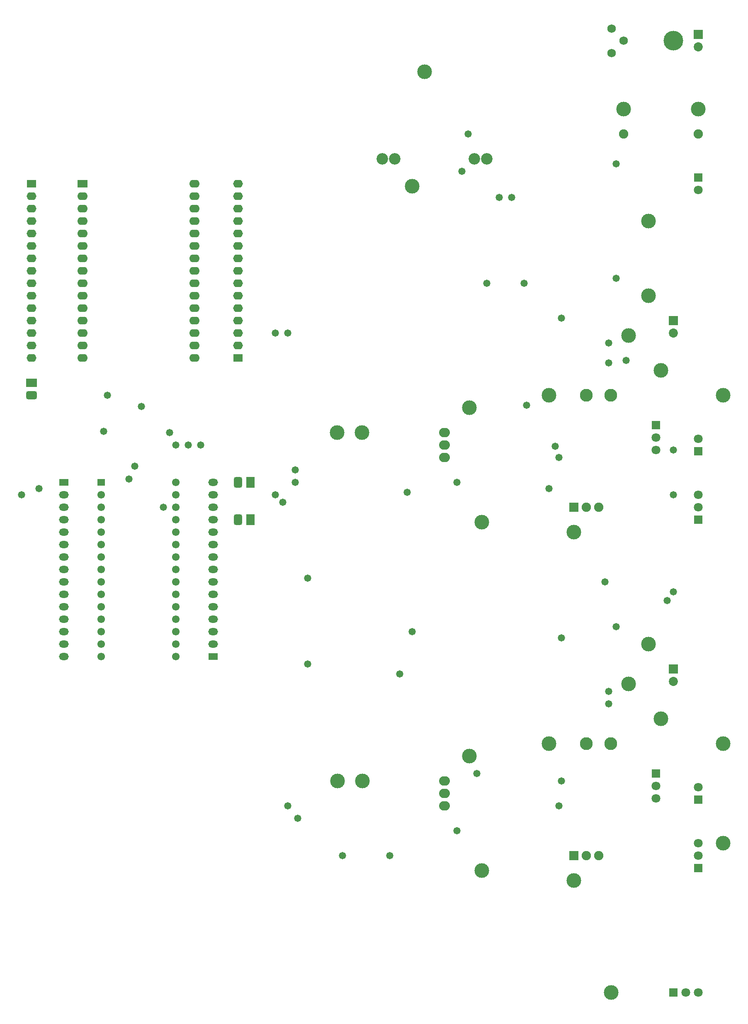
<source format=gbs>
G04 Layer_Color=8150272*
%FSLAX25Y25*%
%MOIN*%
G70*
G01*
G75*
%ADD79C,0.10300*%
G04:AMPARAMS|DCode=80|XSize=68mil|YSize=88mil|CornerRadius=19mil|HoleSize=0mil|Usage=FLASHONLY|Rotation=180.000|XOffset=0mil|YOffset=0mil|HoleType=Round|Shape=RoundedRectangle|*
%AMROUNDEDRECTD80*
21,1,0.06800,0.05000,0,0,180.0*
21,1,0.03000,0.08800,0,0,180.0*
1,1,0.03800,-0.01500,0.02500*
1,1,0.03800,0.01500,0.02500*
1,1,0.03800,0.01500,-0.02500*
1,1,0.03800,-0.01500,-0.02500*
%
%ADD80ROUNDEDRECTD80*%
%ADD81R,0.06800X0.08800*%
%ADD82R,0.08800X0.06800*%
G04:AMPARAMS|DCode=83|XSize=68mil|YSize=88mil|CornerRadius=19mil|HoleSize=0mil|Usage=FLASHONLY|Rotation=270.000|XOffset=0mil|YOffset=0mil|HoleType=Round|Shape=RoundedRectangle|*
%AMROUNDEDRECTD83*
21,1,0.06800,0.05000,0,0,270.0*
21,1,0.03000,0.08800,0,0,270.0*
1,1,0.03800,-0.02500,-0.01500*
1,1,0.03800,-0.02500,0.01500*
1,1,0.03800,0.02500,0.01500*
1,1,0.03800,0.02500,-0.01500*
%
%ADD83ROUNDEDRECTD83*%
%ADD84C,0.07099*%
%ADD85R,0.07099X0.07099*%
%ADD86C,0.07099*%
%ADD87R,0.07099X0.07099*%
%ADD88C,0.11800*%
%ADD89C,0.09225*%
%ADD90C,0.15800*%
%ADD91C,0.06800*%
%ADD92C,0.07300*%
%ADD93R,0.07300X0.07300*%
%ADD94C,0.07493*%
%ADD95R,0.07493X0.07493*%
%ADD96O,0.08674X0.07493*%
%ADD97R,0.06300X0.05800*%
%ADD98O,0.06300X0.05800*%
%ADD99R,0.07099X0.07099*%
%ADD100R,0.07800X0.06300*%
%ADD101O,0.07800X0.06300*%
%ADD102R,0.07800X0.05800*%
%ADD103O,0.07800X0.05800*%
%ADD104O,0.08300X0.06300*%
%ADD105R,0.08300X0.06300*%
%ADD106C,0.05800*%
D79*
X1600157Y860000D02*
D03*
X1619842D02*
D03*
X1600157Y580000D02*
D03*
X1619842D02*
D03*
D80*
X1320000Y760000D02*
D03*
Y790000D02*
D03*
D81*
X1330000Y760000D02*
D03*
Y790000D02*
D03*
D82*
X1154000Y870000D02*
D03*
D83*
Y860000D02*
D03*
D84*
X1690000Y380000D02*
D03*
X1680000D02*
D03*
X1656000Y546000D02*
D03*
Y536000D02*
D03*
X1690000Y490000D02*
D03*
Y500000D02*
D03*
X1656000Y826000D02*
D03*
Y816000D02*
D03*
X1690000Y770000D02*
D03*
Y780000D02*
D03*
D85*
X1670000Y380000D02*
D03*
D86*
X1690000Y1025000D02*
D03*
Y825000D02*
D03*
Y545000D02*
D03*
D87*
Y1035000D02*
D03*
Y815000D02*
D03*
Y535000D02*
D03*
D88*
X1710000Y500000D02*
D03*
Y580000D02*
D03*
Y860000D02*
D03*
X1470000Y1120000D02*
D03*
X1634000Y908000D02*
D03*
Y628000D02*
D03*
X1516000Y758000D02*
D03*
Y478000D02*
D03*
X1590000Y750000D02*
D03*
Y470000D02*
D03*
X1506000Y850000D02*
D03*
Y570000D02*
D03*
X1660000Y880000D02*
D03*
Y600000D02*
D03*
X1570000Y860000D02*
D03*
Y580000D02*
D03*
X1399901Y829945D02*
D03*
X1400000Y550000D02*
D03*
X1419901Y829945D02*
D03*
X1420000Y550000D02*
D03*
X1650000Y1000000D02*
D03*
X1620000Y380000D02*
D03*
X1690000Y1090000D02*
D03*
X1630000D02*
D03*
X1460000Y1028000D02*
D03*
X1650000Y940000D02*
D03*
Y660000D02*
D03*
D89*
X1436000Y1050000D02*
D03*
X1446000D02*
D03*
X1520000D02*
D03*
X1510000D02*
D03*
D90*
X1670000Y1145000D02*
D03*
D91*
X1620500Y1154500D02*
D03*
X1630000Y1145000D02*
D03*
X1620500Y1134815D02*
D03*
D92*
X1690000Y1140000D02*
D03*
X1670000Y910000D02*
D03*
Y630000D02*
D03*
D93*
X1690000Y1150000D02*
D03*
X1670000Y920000D02*
D03*
Y640000D02*
D03*
D94*
X1610000Y490000D02*
D03*
X1600000D02*
D03*
X1610000Y770000D02*
D03*
X1600000D02*
D03*
X1630000Y1070000D02*
D03*
X1690000D02*
D03*
D95*
X1590000Y490000D02*
D03*
Y770000D02*
D03*
D96*
X1486000Y530000D02*
D03*
Y539843D02*
D03*
Y549685D02*
D03*
Y810000D02*
D03*
Y819843D02*
D03*
Y829685D02*
D03*
D97*
X1210000Y790000D02*
D03*
D98*
Y780000D02*
D03*
Y770000D02*
D03*
Y760000D02*
D03*
Y750000D02*
D03*
Y740000D02*
D03*
Y730000D02*
D03*
Y720000D02*
D03*
Y710000D02*
D03*
Y700000D02*
D03*
Y690000D02*
D03*
Y680000D02*
D03*
Y670000D02*
D03*
Y660000D02*
D03*
Y650000D02*
D03*
X1270000Y790000D02*
D03*
Y780000D02*
D03*
Y770000D02*
D03*
Y760000D02*
D03*
Y750000D02*
D03*
Y740000D02*
D03*
Y730000D02*
D03*
Y720000D02*
D03*
Y710000D02*
D03*
Y700000D02*
D03*
Y690000D02*
D03*
Y680000D02*
D03*
Y670000D02*
D03*
Y660000D02*
D03*
Y650000D02*
D03*
D99*
X1656000Y556000D02*
D03*
X1690000Y480000D02*
D03*
X1656000Y836000D02*
D03*
X1690000Y760000D02*
D03*
D100*
X1320000Y890000D02*
D03*
X1154000Y1030000D02*
D03*
D101*
X1320000Y900000D02*
D03*
Y910000D02*
D03*
Y920000D02*
D03*
Y930000D02*
D03*
Y940000D02*
D03*
Y950000D02*
D03*
Y960000D02*
D03*
Y970000D02*
D03*
Y980000D02*
D03*
Y990000D02*
D03*
Y1000000D02*
D03*
Y1010000D02*
D03*
Y1020000D02*
D03*
Y1030000D02*
D03*
X1154000Y1020000D02*
D03*
Y1010000D02*
D03*
Y1000000D02*
D03*
Y990000D02*
D03*
Y980000D02*
D03*
Y970000D02*
D03*
Y960000D02*
D03*
Y950000D02*
D03*
Y940000D02*
D03*
Y930000D02*
D03*
Y920000D02*
D03*
Y910000D02*
D03*
Y900000D02*
D03*
Y890000D02*
D03*
D102*
X1300000Y650000D02*
D03*
X1180000Y790000D02*
D03*
D103*
X1300000Y660000D02*
D03*
Y670000D02*
D03*
Y680000D02*
D03*
Y690000D02*
D03*
Y700000D02*
D03*
Y710000D02*
D03*
Y720000D02*
D03*
Y730000D02*
D03*
Y740000D02*
D03*
Y750000D02*
D03*
Y760000D02*
D03*
Y770000D02*
D03*
Y780000D02*
D03*
Y790000D02*
D03*
X1180000Y780000D02*
D03*
Y770000D02*
D03*
Y760000D02*
D03*
Y750000D02*
D03*
Y740000D02*
D03*
Y730000D02*
D03*
Y720000D02*
D03*
Y710000D02*
D03*
Y700000D02*
D03*
Y690000D02*
D03*
Y680000D02*
D03*
Y670000D02*
D03*
Y660000D02*
D03*
Y650000D02*
D03*
D104*
X1195000Y890000D02*
D03*
Y900000D02*
D03*
Y910000D02*
D03*
Y920000D02*
D03*
Y930000D02*
D03*
Y940000D02*
D03*
Y950000D02*
D03*
Y960000D02*
D03*
Y970000D02*
D03*
Y980000D02*
D03*
Y990000D02*
D03*
Y1000000D02*
D03*
Y1010000D02*
D03*
Y1020000D02*
D03*
X1285000Y1030000D02*
D03*
Y1020000D02*
D03*
Y1010000D02*
D03*
Y1000000D02*
D03*
Y990000D02*
D03*
Y980000D02*
D03*
Y970000D02*
D03*
Y960000D02*
D03*
Y950000D02*
D03*
Y940000D02*
D03*
Y930000D02*
D03*
Y920000D02*
D03*
Y910000D02*
D03*
Y900000D02*
D03*
Y890000D02*
D03*
D105*
X1195000Y1030000D02*
D03*
D106*
X1618000Y886000D02*
D03*
X1632000Y888000D02*
D03*
X1360000Y910000D02*
D03*
X1356000Y774000D02*
D03*
X1350000Y910000D02*
D03*
Y780000D02*
D03*
X1665000Y695000D02*
D03*
X1580000Y922000D02*
D03*
X1505000Y1070000D02*
D03*
X1242500Y851000D02*
D03*
X1215000Y860000D02*
D03*
X1618000Y612000D02*
D03*
X1366000Y790000D02*
D03*
X1670000Y702000D02*
D03*
X1456000Y782000D02*
D03*
X1376000Y644000D02*
D03*
X1500000Y1040000D02*
D03*
X1552000Y852000D02*
D03*
X1550000Y950000D02*
D03*
X1520000D02*
D03*
X1146000Y780000D02*
D03*
X1360000Y530000D02*
D03*
X1368000Y520000D02*
D03*
X1442000Y490000D02*
D03*
X1404000D02*
D03*
X1670000Y816000D02*
D03*
Y780000D02*
D03*
X1618000Y902000D02*
D03*
X1512000Y556000D02*
D03*
X1580000Y550000D02*
D03*
X1618000Y622000D02*
D03*
X1570000Y785000D02*
D03*
X1366000Y800000D02*
D03*
X1624000Y1046000D02*
D03*
X1578000Y530000D02*
D03*
X1624000Y674000D02*
D03*
X1496000Y510000D02*
D03*
X1624000Y954000D02*
D03*
X1496000Y790000D02*
D03*
X1578000Y810000D02*
D03*
X1575000Y819000D02*
D03*
X1540000Y1019000D02*
D03*
X1530000D02*
D03*
X1232500Y792500D02*
D03*
X1450000Y636000D02*
D03*
X1237000Y803000D02*
D03*
X1270000Y820000D02*
D03*
X1260000Y770000D02*
D03*
X1280000Y820000D02*
D03*
X1290000D02*
D03*
X1160000Y785000D02*
D03*
X1265000Y830000D02*
D03*
X1376000Y713000D02*
D03*
X1615000Y710000D02*
D03*
X1460000Y670000D02*
D03*
X1580000Y665000D02*
D03*
X1212000Y831000D02*
D03*
M02*

</source>
